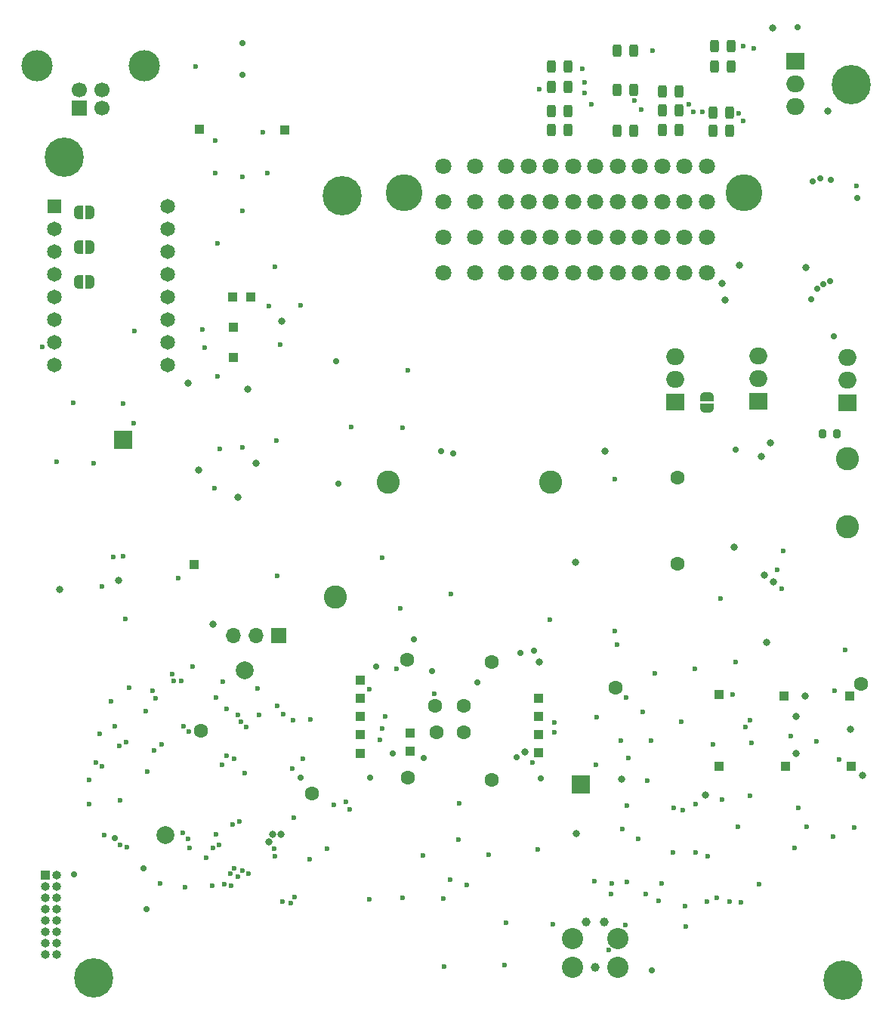
<source format=gbr>
%TF.GenerationSoftware,KiCad,Pcbnew,(6.0.7)*%
%TF.CreationDate,2022-10-25T18:18:11-03:00*%
%TF.ProjectId,uEFI_rev3,75454649-5f72-4657-9633-2e6b69636164,v3.0*%
%TF.SameCoordinates,Original*%
%TF.FileFunction,Soldermask,Bot*%
%TF.FilePolarity,Negative*%
%FSLAX46Y46*%
G04 Gerber Fmt 4.6, Leading zero omitted, Abs format (unit mm)*
G04 Created by KiCad (PCBNEW (6.0.7)) date 2022-10-25 18:18:11*
%MOMM*%
%LPD*%
G01*
G04 APERTURE LIST*
G04 Aperture macros list*
%AMRoundRect*
0 Rectangle with rounded corners*
0 $1 Rounding radius*
0 $2 $3 $4 $5 $6 $7 $8 $9 X,Y pos of 4 corners*
0 Add a 4 corners polygon primitive as box body*
4,1,4,$2,$3,$4,$5,$6,$7,$8,$9,$2,$3,0*
0 Add four circle primitives for the rounded corners*
1,1,$1+$1,$2,$3*
1,1,$1+$1,$4,$5*
1,1,$1+$1,$6,$7*
1,1,$1+$1,$8,$9*
0 Add four rect primitives between the rounded corners*
20,1,$1+$1,$2,$3,$4,$5,0*
20,1,$1+$1,$4,$5,$6,$7,0*
20,1,$1+$1,$6,$7,$8,$9,0*
20,1,$1+$1,$8,$9,$2,$3,0*%
%AMFreePoly0*
4,1,22,0.500000,-0.750000,0.000000,-0.750000,0.000000,-0.745033,-0.079941,-0.743568,-0.215256,-0.701293,-0.333266,-0.622738,-0.424486,-0.514219,-0.481581,-0.384460,-0.499164,-0.250000,-0.500000,-0.250000,-0.500000,0.250000,-0.499164,0.250000,-0.499963,0.256109,-0.478152,0.396186,-0.417904,0.524511,-0.324060,0.630769,-0.204165,0.706417,-0.067858,0.745374,0.000000,0.744959,0.000000,0.750000,
0.500000,0.750000,0.500000,-0.750000,0.500000,-0.750000,$1*%
%AMFreePoly1*
4,1,20,0.000000,0.744959,0.073905,0.744508,0.209726,0.703889,0.328688,0.626782,0.421226,0.519385,0.479903,0.390333,0.500000,0.250000,0.500000,-0.250000,0.499851,-0.262216,0.476331,-0.402017,0.414519,-0.529596,0.319384,-0.634700,0.198574,-0.708877,0.061801,-0.746166,0.000000,-0.745033,0.000000,-0.750000,-0.500000,-0.750000,-0.500000,0.750000,0.000000,0.750000,0.000000,0.744959,
0.000000,0.744959,$1*%
G04 Aperture macros list end*
%ADD10C,0.700000*%
%ADD11C,4.400000*%
%ADD12R,1.000000X1.000000*%
%ADD13R,2.000000X1.905000*%
%ADD14O,2.000000X1.905000*%
%ADD15R,1.700000X1.700000*%
%ADD16O,1.700000X1.700000*%
%ADD17R,1.650000X1.650000*%
%ADD18C,1.650000*%
%ADD19C,2.374900*%
%ADD20C,0.990600*%
%ADD21O,1.000000X1.000000*%
%ADD22C,1.700000*%
%ADD23C,3.500000*%
%ADD24C,1.800000*%
%ADD25C,4.125000*%
%ADD26C,2.000000*%
%ADD27RoundRect,0.243750X0.243750X0.456250X-0.243750X0.456250X-0.243750X-0.456250X0.243750X-0.456250X0*%
%ADD28R,2.000000X2.000000*%
%ADD29FreePoly0,180.000000*%
%ADD30FreePoly1,180.000000*%
%ADD31RoundRect,0.200000X0.200000X0.275000X-0.200000X0.275000X-0.200000X-0.275000X0.200000X-0.275000X0*%
%ADD32FreePoly0,90.000000*%
%ADD33FreePoly1,90.000000*%
%ADD34C,0.800000*%
%ADD35C,0.600000*%
%ADD36C,2.600000*%
%ADD37C,1.600000*%
G04 APERTURE END LIST*
D10*
%TO.C,H9*%
X62500000Y-61550000D03*
X61333274Y-58733274D03*
D11*
X62500000Y-59900000D03*
D10*
X62500000Y-58250000D03*
X64150000Y-59900000D03*
X63666726Y-58733274D03*
X60850000Y-59900000D03*
X63666726Y-61066726D03*
X61333274Y-61066726D03*
%TD*%
D12*
%TO.C,TP13*%
X135900000Y-128200000D03*
%TD*%
%TO.C,TP15*%
X150800000Y-128200000D03*
%TD*%
D13*
%TO.C,U5*%
X130993000Y-87376000D03*
D14*
X130993000Y-84836000D03*
X130993000Y-82296000D03*
%TD*%
D15*
%TO.C,J5*%
X86614000Y-113538000D03*
D16*
X84074000Y-113538000D03*
X81534000Y-113538000D03*
%TD*%
D12*
%TO.C,TP14*%
X143400000Y-128200000D03*
%TD*%
D13*
%TO.C,Q7*%
X140314800Y-87249000D03*
D14*
X140314800Y-84709000D03*
X140314800Y-82169000D03*
%TD*%
D10*
%TO.C,H1*%
X64633274Y-150733274D03*
X66966726Y-150733274D03*
X64633274Y-153066726D03*
X67450000Y-151900000D03*
D11*
X65800000Y-151900000D03*
D10*
X65800000Y-153550000D03*
X65800000Y-150250000D03*
X64150000Y-151900000D03*
X66966726Y-153066726D03*
%TD*%
D17*
%TO.C,U23*%
X61450000Y-65410000D03*
D18*
X61450000Y-67950000D03*
X61450000Y-70490000D03*
X61450000Y-73030000D03*
X61450000Y-75570000D03*
X61450000Y-78110000D03*
X61450000Y-80650000D03*
X61450000Y-83190000D03*
X74150000Y-83190000D03*
X74150000Y-80650000D03*
X74150000Y-78110000D03*
X74150000Y-75570000D03*
X74150000Y-73030000D03*
X74150000Y-70490000D03*
X74150000Y-67950000D03*
X74150000Y-65410000D03*
%TD*%
D19*
%TO.C,J2*%
X124630000Y-150650000D03*
D20*
X121074000Y-145570000D03*
D19*
X124630000Y-147475000D03*
X119550000Y-150650000D03*
D20*
X122090000Y-150650000D03*
D19*
X119550000Y-147475000D03*
D20*
X123106000Y-145570000D03*
%TD*%
D10*
%TO.C,H4*%
X150966726Y-150933274D03*
X148150000Y-152100000D03*
D11*
X149800000Y-152100000D03*
D10*
X149800000Y-153750000D03*
X148633274Y-153266726D03*
X150966726Y-153266726D03*
X151450000Y-152100000D03*
X149800000Y-150450000D03*
X148633274Y-150933274D03*
%TD*%
D12*
%TO.C,J4*%
X60430000Y-140350000D03*
D21*
X61700000Y-140350000D03*
X60430000Y-141620000D03*
X61700000Y-141620000D03*
X60430000Y-142890000D03*
X61700000Y-142890000D03*
X60430000Y-144160000D03*
X61700000Y-144160000D03*
X60430000Y-145430000D03*
X61700000Y-145430000D03*
X60430000Y-146700000D03*
X61700000Y-146700000D03*
X60430000Y-147970000D03*
X61700000Y-147970000D03*
X60430000Y-149240000D03*
X61700000Y-149240000D03*
%TD*%
D13*
%TO.C,Q10*%
X144526000Y-49149000D03*
D14*
X144526000Y-51689000D03*
X144526000Y-54229000D03*
%TD*%
D13*
%TO.C,Q6*%
X150317200Y-87477600D03*
D14*
X150317200Y-84937600D03*
X150317200Y-82397600D03*
%TD*%
D10*
%TO.C,H3*%
X92559274Y-65428726D03*
X95376000Y-64262000D03*
X94892726Y-65428726D03*
X92076000Y-64262000D03*
D11*
X93726000Y-64262000D03*
D10*
X93726000Y-62612000D03*
X93726000Y-65912000D03*
X92559274Y-63095274D03*
X94892726Y-63095274D03*
%TD*%
D15*
%TO.C,J1*%
X64240000Y-54377500D03*
D22*
X66740000Y-54377500D03*
X66740000Y-52377500D03*
X64240000Y-52377500D03*
D23*
X71510000Y-49667500D03*
X59470000Y-49667500D03*
%TD*%
D12*
%TO.C,TP10*%
X135900000Y-120100000D03*
%TD*%
%TO.C,TP11*%
X143200000Y-120300000D03*
%TD*%
%TO.C,TP12*%
X150600000Y-120300000D03*
%TD*%
D24*
%TO.C,J3*%
X134565000Y-72910000D03*
X134565000Y-68910000D03*
X134565000Y-64910000D03*
X134565000Y-60910000D03*
X132065000Y-72910000D03*
X132065000Y-68910000D03*
X132065000Y-64910000D03*
X132065000Y-60910000D03*
X129565000Y-72910000D03*
X129565000Y-68910000D03*
X129565000Y-64910000D03*
X129565000Y-60910000D03*
X127065000Y-72910000D03*
X127065000Y-68910000D03*
X127065000Y-64910000D03*
X127065000Y-60910000D03*
X124565000Y-72910000D03*
X124565000Y-68910000D03*
X124565000Y-64910000D03*
X124565000Y-60910000D03*
X122065000Y-72910000D03*
X122065000Y-68910000D03*
X122065000Y-64910000D03*
X122065000Y-60910000D03*
X119565000Y-72910000D03*
X119565000Y-68910000D03*
X119565000Y-64910000D03*
X119565000Y-60910000D03*
X117065000Y-72910000D03*
X117065000Y-68910000D03*
X117065000Y-64910000D03*
X117065000Y-60910000D03*
X114565000Y-72910000D03*
X114565000Y-68910000D03*
X114565000Y-64910000D03*
X114565000Y-60910000D03*
X112065000Y-72910000D03*
X112065000Y-68910000D03*
X112065000Y-64910000D03*
X112065000Y-60910000D03*
X108565000Y-72910000D03*
X108565000Y-68910000D03*
X108565000Y-64910000D03*
X108565000Y-60910000D03*
X105065000Y-72910000D03*
X105065000Y-68910000D03*
X105065000Y-64910000D03*
X105065000Y-60910000D03*
D25*
X138765000Y-63910000D03*
X100665000Y-63910000D03*
%TD*%
D26*
%TO.C,TP2*%
X73900000Y-135900000D03*
%TD*%
D27*
%TO.C,F14*%
X126362700Y-56946800D03*
X124487700Y-56946800D03*
%TD*%
D10*
%TO.C,H2*%
X151915726Y-50649274D03*
X150749000Y-53466000D03*
X152399000Y-51816000D03*
X151915726Y-52982726D03*
D11*
X150749000Y-51816000D03*
D10*
X149582274Y-52982726D03*
X150749000Y-50166000D03*
X149099000Y-51816000D03*
X149582274Y-50649274D03*
%TD*%
D12*
%TO.C,TP23*%
X95758000Y-126746000D03*
%TD*%
D27*
%TO.C,F12*%
X126413500Y-48006000D03*
X124538500Y-48006000D03*
%TD*%
%TO.C,F1*%
X119045200Y-54737000D03*
X117170200Y-54737000D03*
%TD*%
D12*
%TO.C,TP5*%
X81390000Y-75568400D03*
%TD*%
%TO.C,TP29*%
X95758000Y-120523000D03*
%TD*%
%TO.C,TP28*%
X95758000Y-118491000D03*
%TD*%
%TO.C,TP20*%
X101346000Y-124460000D03*
%TD*%
%TO.C,TP7*%
X81540000Y-78968400D03*
%TD*%
D28*
%TO.C,TP19*%
X120457400Y-130178800D03*
%TD*%
D12*
%TO.C,TP9*%
X77089000Y-105537000D03*
%TD*%
D29*
%TO.C,JP3*%
X65450000Y-73900000D03*
D30*
X64150000Y-73900000D03*
%TD*%
D27*
%TO.C,F7*%
X131442700Y-54711600D03*
X129567700Y-54711600D03*
%TD*%
D29*
%TO.C,JP2*%
X65450000Y-66100000D03*
D30*
X64150000Y-66100000D03*
%TD*%
D31*
%TO.C,R18*%
X149161000Y-90932000D03*
X147511000Y-90932000D03*
%TD*%
D27*
%TO.C,F3*%
X119047500Y-56896000D03*
X117172500Y-56896000D03*
%TD*%
%TO.C,F11*%
X137132300Y-56946800D03*
X135257300Y-56946800D03*
%TD*%
D28*
%TO.C,TP18*%
X69150000Y-91550000D03*
%TD*%
D12*
%TO.C,TP3*%
X87249000Y-56896000D03*
%TD*%
%TO.C,TP6*%
X77724000Y-56769000D03*
%TD*%
D26*
%TO.C,TP1*%
X82800000Y-117400000D03*
%TD*%
D32*
%TO.C,JP4*%
X134620000Y-88026000D03*
D33*
X134620000Y-86726000D03*
%TD*%
D27*
%TO.C,F8*%
X131442700Y-52578000D03*
X129567700Y-52578000D03*
%TD*%
D12*
%TO.C,TP24*%
X115697000Y-120523000D03*
%TD*%
%TO.C,TP25*%
X115697000Y-122555000D03*
%TD*%
D29*
%TO.C,JP1*%
X65450000Y-70000000D03*
D30*
X64150000Y-70000000D03*
%TD*%
D27*
%TO.C,F10*%
X137132300Y-54914800D03*
X135257300Y-54914800D03*
%TD*%
D12*
%TO.C,TP27*%
X115697000Y-126619000D03*
%TD*%
D27*
%TO.C,F4*%
X137335500Y-49784000D03*
X135460500Y-49784000D03*
%TD*%
D12*
%TO.C,TP26*%
X115697000Y-124587000D03*
%TD*%
D27*
%TO.C,F5*%
X131442700Y-56896000D03*
X129567700Y-56896000D03*
%TD*%
%TO.C,F6*%
X119047500Y-49784000D03*
X117172500Y-49784000D03*
%TD*%
D12*
%TO.C,TP4*%
X83465000Y-75568400D03*
%TD*%
D27*
%TO.C,F9*%
X119047500Y-52070000D03*
X117172500Y-52070000D03*
%TD*%
D12*
%TO.C,TP22*%
X101346000Y-126492000D03*
%TD*%
D27*
%TO.C,F13*%
X126362700Y-52425600D03*
X124487700Y-52425600D03*
%TD*%
D12*
%TO.C,TP21*%
X95758000Y-124587000D03*
%TD*%
%TO.C,TP8*%
X81540000Y-82368400D03*
%TD*%
%TO.C,TP30*%
X95758000Y-122555000D03*
%TD*%
D27*
%TO.C,F2*%
X137335500Y-47498000D03*
X135460500Y-47498000D03*
%TD*%
D34*
X150700000Y-124000000D03*
D35*
X150100000Y-115100000D03*
X110125000Y-138075000D03*
X128300000Y-125300000D03*
X67818000Y-120904000D03*
D36*
X92964000Y-109220000D03*
D35*
X86360000Y-91694000D03*
X82499200Y-62128400D03*
D34*
X68650000Y-107300000D03*
D35*
X69150000Y-87550000D03*
D10*
X89050000Y-129400000D03*
D35*
X80300000Y-118700000D03*
D37*
X107315000Y-121412000D03*
X104267000Y-124333000D03*
D34*
X77600000Y-95000000D03*
D35*
X92000000Y-137400000D03*
D36*
X150368000Y-93726000D03*
D37*
X107315000Y-124333000D03*
D35*
X66548000Y-124550000D03*
D10*
X82550000Y-50673000D03*
D35*
X65300000Y-132400000D03*
X63550000Y-87450000D03*
X143100000Y-104000000D03*
X78250000Y-81250000D03*
D10*
X71750000Y-144205002D03*
X128400000Y-151000000D03*
D35*
X78000000Y-79250000D03*
D10*
X115214400Y-115214400D03*
X97500000Y-117000000D03*
D35*
X88250000Y-133950000D03*
D10*
X82550000Y-47117000D03*
D35*
X105100000Y-150600000D03*
X69850000Y-119380000D03*
X84250000Y-119400000D03*
X137800000Y-116500000D03*
X71650000Y-121950000D03*
X128750000Y-117750000D03*
D34*
X79248000Y-112268000D03*
D35*
X79535500Y-120427825D03*
X130750000Y-137850000D03*
X86741000Y-80899000D03*
X124500000Y-114500000D03*
X65850000Y-94250000D03*
D10*
X148844000Y-80010000D03*
X151398500Y-64516000D03*
X96799400Y-129463800D03*
D35*
X124900000Y-125300000D03*
X115600000Y-137450000D03*
D36*
X150368000Y-101346000D03*
D35*
X82499200Y-65938400D03*
D10*
X115951000Y-129514600D03*
D35*
X125450000Y-145900000D03*
X94742000Y-90170000D03*
X85471000Y-76581000D03*
X133300000Y-137800000D03*
D37*
X104140000Y-121412000D03*
D35*
X68199000Y-123698000D03*
D37*
X131318000Y-95852000D03*
D35*
X97917000Y-125163100D03*
X79189500Y-137287000D03*
X95758000Y-126746000D03*
X79862247Y-136952085D03*
X81153000Y-140208000D03*
X95758000Y-124587000D03*
X78486000Y-138430000D03*
X98171000Y-123952000D03*
X66050000Y-127750000D03*
X104063800Y-119995540D03*
D37*
X131292600Y-105460800D03*
D35*
X68800000Y-132000000D03*
X145800000Y-134900000D03*
D34*
X84000000Y-94250000D03*
D37*
X77900000Y-124200000D03*
D35*
X75901569Y-123698431D03*
X112050000Y-145650000D03*
X126850000Y-136250000D03*
D34*
X83108800Y-85877400D03*
D35*
X71850000Y-128750000D03*
X72650000Y-126350000D03*
X76049517Y-141700483D03*
D37*
X90297000Y-131191000D03*
D34*
X62000000Y-108350000D03*
D35*
X111900000Y-150400000D03*
X84350000Y-122400000D03*
X67000000Y-135900000D03*
X98500000Y-122572300D03*
X75350000Y-107061000D03*
X86404000Y-106807000D03*
X69469000Y-125476000D03*
X65300000Y-129700000D03*
X69429000Y-111643600D03*
X123600000Y-148761049D03*
D34*
X86824104Y-135751402D03*
X85872633Y-135743739D03*
D35*
X86100000Y-137400000D03*
X80201569Y-127998431D03*
X86192352Y-138207648D03*
X88096235Y-128396235D03*
X90050000Y-138594980D03*
X88400902Y-142848798D03*
X82800000Y-117400000D03*
X74000000Y-136000000D03*
X60092352Y-81192352D03*
X70404112Y-79400000D03*
X82550000Y-139827000D03*
X117475000Y-124333000D03*
X83197754Y-140208011D03*
X115697000Y-124587000D03*
X115697000Y-126619000D03*
X81997567Y-140518480D03*
D10*
X71400000Y-139600000D03*
D35*
X106800000Y-132300000D03*
D10*
X63600000Y-140300000D03*
X103734179Y-117509665D03*
X104775000Y-92837000D03*
X102870000Y-127254000D03*
X101714500Y-113971980D03*
X106172000Y-93082500D03*
X108839000Y-118745000D03*
D35*
X82900000Y-123800000D03*
X82350000Y-123150000D03*
X82020148Y-122420148D03*
X80700000Y-121700000D03*
X81600000Y-127300000D03*
X107700000Y-141423500D03*
X105800000Y-140850000D03*
X80700000Y-127000000D03*
D34*
X85497897Y-136623500D03*
D10*
X113665000Y-115443000D03*
X113284000Y-127127000D03*
D35*
X76903500Y-116967000D03*
X151348500Y-63100000D03*
X139600000Y-125500000D03*
X146900000Y-125400000D03*
X136300000Y-131900000D03*
D37*
X151850000Y-118950000D03*
D35*
X144000000Y-124800000D03*
X127909000Y-129802000D03*
X133300000Y-132400000D03*
X139400000Y-123000000D03*
D10*
X99339400Y-126746000D03*
X93250000Y-96500000D03*
D35*
X117475000Y-123282300D03*
X81603902Y-139606798D03*
X99750000Y-117250000D03*
D10*
X93000000Y-82750000D03*
D34*
X115800000Y-116500000D03*
X123190000Y-92837000D03*
D35*
X73492352Y-125707648D03*
X77000000Y-105600000D03*
D34*
X114222989Y-126559288D03*
X119888000Y-105283000D03*
D35*
X81407675Y-134657675D03*
D10*
X148370738Y-73773870D03*
D35*
X87017352Y-143332648D03*
X106750000Y-136350000D03*
X82169000Y-134366000D03*
X102792352Y-138142352D03*
X87950000Y-143450000D03*
D10*
X147603918Y-74144065D03*
D35*
X89250000Y-127322500D03*
X79576500Y-135750000D03*
X79121316Y-141561662D03*
X115062000Y-127762000D03*
X80518000Y-141351000D03*
X95758000Y-122555000D03*
X92800000Y-132450000D03*
X73279000Y-141300000D03*
X94550000Y-133000000D03*
X96750000Y-119500000D03*
X94150000Y-132150000D03*
X81280000Y-141571500D03*
X95758000Y-120523000D03*
X124250000Y-96000000D03*
X124250000Y-113000000D03*
X125766000Y-127207000D03*
D34*
X120432000Y-130255000D03*
D35*
X135700000Y-142900000D03*
X101092000Y-83820000D03*
X100500000Y-90250000D03*
X100250000Y-110500000D03*
D36*
X98850000Y-96335500D03*
D35*
X105918000Y-108839000D03*
X98171000Y-104775000D03*
D36*
X117100000Y-96335500D03*
D35*
X79502000Y-61722000D03*
X85344000Y-61722000D03*
X77300000Y-49800000D03*
X66800000Y-108000000D03*
X115824000Y-52324000D03*
D37*
X110490000Y-116459000D03*
X110490000Y-129667000D03*
D35*
X122100000Y-128000000D03*
X136102500Y-109400000D03*
D34*
X148144220Y-54766280D03*
X145677500Y-72263000D03*
D10*
X137795000Y-92710000D03*
D35*
X122200000Y-122700000D03*
D10*
X68200000Y-136200000D03*
D35*
X68776500Y-137000000D03*
X69600000Y-137200000D03*
D34*
X141000000Y-106750000D03*
X140716000Y-93472000D03*
X141300000Y-114300000D03*
D35*
X137100000Y-143350000D03*
D34*
X142000000Y-107500000D03*
X141732000Y-91948000D03*
D35*
X142500000Y-106123500D03*
X143000000Y-108250000D03*
D34*
X119924000Y-135716000D03*
X125004000Y-129620000D03*
D35*
X89000000Y-76500000D03*
D34*
X76400000Y-85200000D03*
D35*
X68000000Y-104700000D03*
X76526704Y-124243018D03*
X82748457Y-128966188D03*
X81540000Y-78968400D03*
X86156800Y-72237600D03*
X79756000Y-69545200D03*
X84836000Y-57150000D03*
X79502000Y-58039000D03*
X75691720Y-118585582D03*
D10*
X148500000Y-62450000D03*
X147250000Y-62300000D03*
D35*
X74847710Y-118578942D03*
D10*
X146450000Y-62600000D03*
D35*
X74642500Y-117856000D03*
D10*
X146287511Y-75819000D03*
D35*
X72416408Y-119735805D03*
X72771000Y-120523000D03*
D10*
X146939011Y-74676000D03*
D35*
X76600000Y-137300000D03*
X96700000Y-143100000D03*
X76400000Y-136300000D03*
X100450000Y-142900000D03*
X105050000Y-142998500D03*
X75800000Y-135600000D03*
D37*
X100965000Y-116205000D03*
X101092000Y-129413000D03*
D35*
X80010000Y-92583000D03*
X70350000Y-89700000D03*
X61700000Y-94000000D03*
X82550000Y-92456000D03*
D34*
X137668000Y-103632000D03*
D10*
X144780000Y-45339000D03*
D35*
X68707000Y-125857000D03*
D34*
X141986000Y-45466000D03*
X144591284Y-126711019D03*
X134400000Y-131400000D03*
X136257569Y-74072431D03*
X144550000Y-122600000D03*
X145600000Y-120300000D03*
D35*
X137423500Y-120143003D03*
X127400000Y-122100000D03*
D34*
X136594044Y-75933277D03*
X138255216Y-71994784D03*
X152000000Y-129200000D03*
D35*
X120904000Y-52705000D03*
X138684000Y-47498000D03*
X121666000Y-53975000D03*
X139827000Y-47752000D03*
X134112000Y-54864000D03*
X120650000Y-50038000D03*
X133096000Y-54864000D03*
X132588000Y-53966500D03*
X120904000Y-51562000D03*
X138176000Y-54991000D03*
X138684000Y-55880000D03*
X128524000Y-48006000D03*
X126492000Y-53594000D03*
X127254000Y-54610000D03*
X138400000Y-143400000D03*
X130900000Y-132800000D03*
X134650000Y-138250000D03*
X117000000Y-111750000D03*
X79374997Y-97025003D03*
X133250000Y-117250000D03*
X138050000Y-134900000D03*
X69150000Y-91550000D03*
X144400000Y-137300000D03*
X144800000Y-132800000D03*
X125639000Y-132541000D03*
X131900000Y-133100000D03*
D34*
X86893400Y-78282800D03*
D35*
X138900000Y-123800000D03*
X117350000Y-145850000D03*
X149400000Y-127426500D03*
X140450000Y-141400000D03*
D34*
X82042000Y-98044000D03*
D35*
X139400000Y-131500000D03*
X151100000Y-135000000D03*
X148900000Y-119700000D03*
X132200000Y-146100000D03*
X125131000Y-135208000D03*
X131700000Y-123200000D03*
D37*
X124300000Y-119350000D03*
D35*
X135300000Y-125700000D03*
X123850000Y-142450000D03*
X132150000Y-143850000D03*
X125500000Y-120481500D03*
X90150000Y-122900000D03*
X81540000Y-82368400D03*
X69150000Y-104650000D03*
X79693000Y-84455000D03*
X129200000Y-143250000D03*
X123900000Y-141300000D03*
X134600000Y-143350000D03*
X127750000Y-142500000D03*
X122000000Y-141050000D03*
X86450000Y-121350000D03*
X87048500Y-122350000D03*
X125600000Y-141150000D03*
X88223500Y-123000000D03*
X129500000Y-141300000D03*
X66770872Y-128179128D03*
X148700000Y-136050000D03*
M02*

</source>
